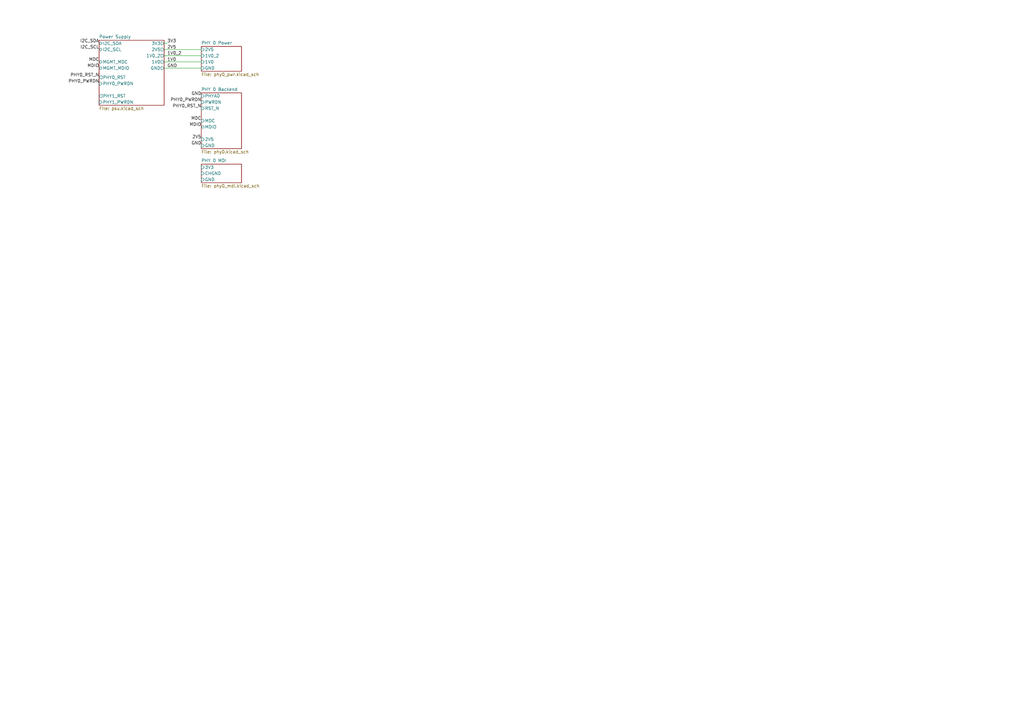
<source format=kicad_sch>
(kicad_sch
	(version 20231120)
	(generator "eeschema")
	(generator_version "8.0")
	(uuid "a55ad1ec-4cad-4d06-8b73-31c98dcc1d79")
	(paper "A3")
	(title_block
		(title "LATENTRED Line Card")
		(date "2024-12-09")
		(rev "0.1")
		(company "Antikernel Labs")
		(comment 1 "Andrew D. Zonenberg")
	)
	(lib_symbols)
	(wire
		(pts
			(xy 67.31 17.78) (xy 68.58 17.78)
		)
		(stroke
			(width 0)
			(type default)
		)
		(uuid "0bfff91c-de83-4cd5-adae-090469ab7300")
	)
	(wire
		(pts
			(xy 67.31 22.86) (xy 82.55 22.86)
		)
		(stroke
			(width 0)
			(type default)
		)
		(uuid "1bfae169-24ea-4764-825a-9fabba409d43")
	)
	(wire
		(pts
			(xy 67.31 20.32) (xy 82.55 20.32)
		)
		(stroke
			(width 0)
			(type default)
		)
		(uuid "a33baf55-d1e6-4517-a938-5de32719fa5b")
	)
	(wire
		(pts
			(xy 67.31 27.94) (xy 82.55 27.94)
		)
		(stroke
			(width 0)
			(type default)
		)
		(uuid "c169a60b-2823-435b-92e0-f7edceb933b2")
	)
	(wire
		(pts
			(xy 67.31 25.4) (xy 82.55 25.4)
		)
		(stroke
			(width 0)
			(type default)
		)
		(uuid "e2737f5f-6a7f-4ede-a348-d99b181d1dfb")
	)
	(label "1V0"
		(at 68.58 25.4 0)
		(fields_autoplaced yes)
		(effects
			(font
				(size 1.27 1.27)
			)
			(justify left bottom)
		)
		(uuid "061f094c-73b2-4d36-81aa-d9bac60178dd")
	)
	(label "PHY0_PWRDN"
		(at 40.64 34.29 180)
		(fields_autoplaced yes)
		(effects
			(font
				(size 1.27 1.27)
			)
			(justify right bottom)
		)
		(uuid "0729e4fc-a683-401d-bd01-8584655f39dd")
	)
	(label "1V0_2"
		(at 68.58 22.86 0)
		(fields_autoplaced yes)
		(effects
			(font
				(size 1.27 1.27)
			)
			(justify left bottom)
		)
		(uuid "0c5eed72-ca68-48b5-9bec-020d801798b5")
	)
	(label "I2C_SDA"
		(at 40.64 17.78 180)
		(fields_autoplaced yes)
		(effects
			(font
				(size 1.27 1.27)
			)
			(justify right bottom)
		)
		(uuid "171ba78f-1842-4f31-b3ad-74a771e93bbc")
	)
	(label "GND"
		(at 82.55 59.69 180)
		(fields_autoplaced yes)
		(effects
			(font
				(size 1.27 1.27)
			)
			(justify right bottom)
		)
		(uuid "1a4ef58d-d28b-4ef5-aa1b-ac740d884eb6")
	)
	(label "MDC"
		(at 40.64 25.4 180)
		(fields_autoplaced yes)
		(effects
			(font
				(size 1.27 1.27)
			)
			(justify right bottom)
		)
		(uuid "1e9db846-8f99-4159-865c-3941637dd801")
	)
	(label "MDC"
		(at 82.55 49.53 180)
		(fields_autoplaced yes)
		(effects
			(font
				(size 1.27 1.27)
			)
			(justify right bottom)
		)
		(uuid "3291044f-0393-460c-b674-39ab03c9485b")
	)
	(label "GND"
		(at 82.55 39.37 180)
		(fields_autoplaced yes)
		(effects
			(font
				(size 1.27 1.27)
			)
			(justify right bottom)
		)
		(uuid "3b51c6db-2826-4ff5-8eb1-8e1dfa4c7728")
	)
	(label "PHY0_PWRDN"
		(at 82.55 41.91 180)
		(fields_autoplaced yes)
		(effects
			(font
				(size 1.27 1.27)
			)
			(justify right bottom)
		)
		(uuid "596b6026-1d8d-4a95-9fd8-18cef9292506")
	)
	(label "3V3"
		(at 68.58 17.78 0)
		(fields_autoplaced yes)
		(effects
			(font
				(size 1.27 1.27)
			)
			(justify left bottom)
		)
		(uuid "73876417-de8e-4da0-8f6a-0afa53f0c6a7")
	)
	(label "2V5"
		(at 68.58 20.32 0)
		(fields_autoplaced yes)
		(effects
			(font
				(size 1.27 1.27)
			)
			(justify left bottom)
		)
		(uuid "8524d2c2-dc42-460e-af5a-51c376675727")
	)
	(label "PHY0_RST_N"
		(at 82.55 44.45 180)
		(fields_autoplaced yes)
		(effects
			(font
				(size 1.27 1.27)
			)
			(justify right bottom)
		)
		(uuid "87bd6f84-5859-4f35-ad60-91e9105e6838")
	)
	(label "GND"
		(at 68.58 27.94 0)
		(fields_autoplaced yes)
		(effects
			(font
				(size 1.27 1.27)
			)
			(justify left bottom)
		)
		(uuid "a7ec3ee9-f698-4292-95e6-018c86b30d44")
	)
	(label "I2C_SCL"
		(at 40.64 20.32 180)
		(fields_autoplaced yes)
		(effects
			(font
				(size 1.27 1.27)
			)
			(justify right bottom)
		)
		(uuid "b3d40d3b-35e6-48c2-8243-6faf6a9ac241")
	)
	(label "PHY0_RST_N"
		(at 40.64 31.75 180)
		(fields_autoplaced yes)
		(effects
			(font
				(size 1.27 1.27)
			)
			(justify right bottom)
		)
		(uuid "bfba8670-f483-440f-916d-19be57895d52")
	)
	(label "2V5"
		(at 82.55 57.15 180)
		(fields_autoplaced yes)
		(effects
			(font
				(size 1.27 1.27)
			)
			(justify right bottom)
		)
		(uuid "f6ab9aab-b216-4dc3-a68a-6fe193052fbc")
	)
	(label "MDIO"
		(at 82.55 52.07 180)
		(fields_autoplaced yes)
		(effects
			(font
				(size 1.27 1.27)
			)
			(justify right bottom)
		)
		(uuid "fc31cf3d-cdef-43b4-86df-9f49d3884d00")
	)
	(label "MDIO"
		(at 40.64 27.94 180)
		(fields_autoplaced yes)
		(effects
			(font
				(size 1.27 1.27)
			)
			(justify right bottom)
		)
		(uuid "fc8fa237-d12d-4451-b6ea-2ac9b9faa5b8")
	)
	(sheet
		(at 82.55 67.31)
		(size 16.51 7.62)
		(fields_autoplaced yes)
		(stroke
			(width 0.1524)
			(type solid)
		)
		(fill
			(color 0 0 0 0.0000)
		)
		(uuid "42bef5ad-5f31-43ee-9c57-ff313f1d9658")
		(property "Sheetname" "PHY 0 MDI"
			(at 82.55 66.5984 0)
			(effects
				(font
					(size 1.27 1.27)
				)
				(justify left bottom)
			)
		)
		(property "Sheetfile" "phy0_mdi.kicad_sch"
			(at 82.55 75.5146 0)
			(effects
				(font
					(size 1.27 1.27)
				)
				(justify left top)
			)
		)
		(pin "3V3" input
			(at 82.55 68.58 180)
			(effects
				(font
					(size 1.27 1.27)
				)
				(justify left)
			)
			(uuid "0f5f55b6-f101-4f0d-a5a5-c87b2827a311")
		)
		(pin "CHGND" input
			(at 82.55 71.12 180)
			(effects
				(font
					(size 1.27 1.27)
				)
				(justify left)
			)
			(uuid "fd9ca456-4619-42d5-9b3a-25c30ef96db2")
		)
		(pin "GND" input
			(at 82.55 73.66 180)
			(effects
				(font
					(size 1.27 1.27)
				)
				(justify left)
			)
			(uuid "d1635727-f2de-40f4-b85a-0a229a84392c")
		)
		(instances
			(project "linecard"
				(path "/a55ad1ec-4cad-4d06-8b73-31c98dcc1d79"
					(page "6")
				)
			)
		)
	)
	(sheet
		(at 40.64 16.51)
		(size 26.67 26.67)
		(fields_autoplaced yes)
		(stroke
			(width 0.1524)
			(type solid)
		)
		(fill
			(color 0 0 0 0.0000)
		)
		(uuid "469d62e1-ca98-4f55-b49b-af1151f42c56")
		(property "Sheetname" "Power Supply"
			(at 40.64 15.7984 0)
			(effects
				(font
					(size 1.27 1.27)
				)
				(justify left bottom)
			)
		)
		(property "Sheetfile" "psu.kicad_sch"
			(at 40.64 43.7646 0)
			(effects
				(font
					(size 1.27 1.27)
				)
				(justify left top)
			)
		)
		(pin "GND" output
			(at 67.31 27.94 0)
			(effects
				(font
					(size 1.27 1.27)
				)
				(justify right)
			)
			(uuid "5a31120a-1a41-4ed0-b9cd-f1747c3f52f3")
		)
		(pin "I2C_SDA" bidirectional
			(at 40.64 17.78 180)
			(effects
				(font
					(size 1.27 1.27)
				)
				(justify left)
			)
			(uuid "a8e67e73-7592-4afa-92b1-81534df09dc2")
		)
		(pin "I2C_SCL" bidirectional
			(at 40.64 20.32 180)
			(effects
				(font
					(size 1.27 1.27)
				)
				(justify left)
			)
			(uuid "4d6c0b5b-9276-4bcf-8716-5eb83af8231d")
		)
		(pin "2V5" output
			(at 67.31 20.32 0)
			(effects
				(font
					(size 1.27 1.27)
				)
				(justify right)
			)
			(uuid "d4e64abe-3e88-46b6-8de3-e2c48b14dc15")
		)
		(pin "MGMT_MDC" bidirectional
			(at 40.64 25.4 180)
			(effects
				(font
					(size 1.27 1.27)
				)
				(justify left)
			)
			(uuid "f9d99b99-8b8f-4baa-8250-fb0bb20b4e96")
		)
		(pin "MGMT_MDIO" bidirectional
			(at 40.64 27.94 180)
			(effects
				(font
					(size 1.27 1.27)
				)
				(justify left)
			)
			(uuid "f9b12079-85fb-4dd0-b9bd-3f3e2bbe26cd")
		)
		(pin "1V0_2" output
			(at 67.31 22.86 0)
			(effects
				(font
					(size 1.27 1.27)
				)
				(justify right)
			)
			(uuid "8724e895-5831-4a49-bc73-c41c23aa81f5")
		)
		(pin "1V0" output
			(at 67.31 25.4 0)
			(effects
				(font
					(size 1.27 1.27)
				)
				(justify right)
			)
			(uuid "609c155f-f69d-4d5a-836d-5dabc01e37fb")
		)
		(pin "PHY1_RST" output
			(at 40.64 39.37 180)
			(effects
				(font
					(size 1.27 1.27)
				)
				(justify left)
			)
			(uuid "cb3a0899-e8c5-4861-abea-eed476358656")
		)
		(pin "PHY0_RST" output
			(at 40.64 31.75 180)
			(effects
				(font
					(size 1.27 1.27)
				)
				(justify left)
			)
			(uuid "2a7e8b60-06c2-4ddd-8640-b56a9ce4bc51")
		)
		(pin "PHY1_PWRDN" input
			(at 40.64 41.91 180)
			(effects
				(font
					(size 1.27 1.27)
				)
				(justify left)
			)
			(uuid "b909df6f-6c26-4fa6-a09b-cb8e8e4b9f14")
		)
		(pin "PHY0_PWRDN" input
			(at 40.64 34.29 180)
			(effects
				(font
					(size 1.27 1.27)
				)
				(justify left)
			)
			(uuid "98854161-7559-46f8-a67e-e1722674fb6c")
		)
		(pin "3V3" output
			(at 67.31 17.78 0)
			(effects
				(font
					(size 1.27 1.27)
				)
				(justify right)
			)
			(uuid "116db61e-a4a0-4e8f-82c2-ae68c9544b68")
		)
		(instances
			(project "linecard"
				(path "/a55ad1ec-4cad-4d06-8b73-31c98dcc1d79"
					(page "2")
				)
			)
		)
	)
	(sheet
		(at 82.55 38.1)
		(size 16.51 22.86)
		(fields_autoplaced yes)
		(stroke
			(width 0.1524)
			(type solid)
		)
		(fill
			(color 0 0 0 0.0000)
		)
		(uuid "51c28a30-f923-4afc-abce-15dfcaf7ef81")
		(property "Sheetname" "PHY 0 Backend"
			(at 82.55 37.3884 0)
			(effects
				(font
					(size 1.27 1.27)
				)
				(justify left bottom)
			)
		)
		(property "Sheetfile" "phy0.kicad_sch"
			(at 82.55 61.5446 0)
			(effects
				(font
					(size 1.27 1.27)
				)
				(justify left top)
			)
		)
		(pin "PHYAD" input
			(at 82.55 39.37 180)
			(effects
				(font
					(size 1.27 1.27)
				)
				(justify left)
			)
			(uuid "b9f187f1-37a5-4d67-9b90-530448adde98")
		)
		(pin "2V5" input
			(at 82.55 57.15 180)
			(effects
				(font
					(size 1.27 1.27)
				)
				(justify left)
			)
			(uuid "5a869a49-afa3-42f2-b1b9-b1d8c1c60adb")
		)
		(pin "GND" input
			(at 82.55 59.69 180)
			(effects
				(font
					(size 1.27 1.27)
				)
				(justify left)
			)
			(uuid "2288ec46-2218-49e3-9e5d-5ef054889897")
		)
		(pin "RST_N" input
			(at 82.55 44.45 180)
			(effects
				(font
					(size 1.27 1.27)
				)
				(justify left)
			)
			(uuid "d7865cea-7c24-46db-b69f-b1331f8f3df8")
		)
		(pin "MDC" input
			(at 82.55 49.53 180)
			(effects
				(font
					(size 1.27 1.27)
				)
				(justify left)
			)
			(uuid "96dd6a44-576b-41b4-9d0a-020bdfc1e32f")
		)
		(pin "PWRDN" input
			(at 82.55 41.91 180)
			(effects
				(font
					(size 1.27 1.27)
				)
				(justify left)
			)
			(uuid "0c59e54c-386d-47d7-98ca-91ab302696c4")
		)
		(pin "MDIO" bidirectional
			(at 82.55 52.07 180)
			(effects
				(font
					(size 1.27 1.27)
				)
				(justify left)
			)
			(uuid "46dee62b-6353-4380-b975-36276d97ebd2")
		)
		(instances
			(project "linecard"
				(path "/a55ad1ec-4cad-4d06-8b73-31c98dcc1d79"
					(page "4")
				)
			)
		)
	)
	(sheet
		(at 82.55 19.05)
		(size 16.51 10.16)
		(fields_autoplaced yes)
		(stroke
			(width 0.1524)
			(type solid)
		)
		(fill
			(color 0 0 0 0.0000)
		)
		(uuid "d79fe51b-ed38-4b65-bbb0-158f58e4ee54")
		(property "Sheetname" "PHY 0 Power"
			(at 82.55 18.3384 0)
			(effects
				(font
					(size 1.27 1.27)
				)
				(justify left bottom)
			)
		)
		(property "Sheetfile" "phy0_pwr.kicad_sch"
			(at 82.55 29.7946 0)
			(effects
				(font
					(size 1.27 1.27)
				)
				(justify left top)
			)
		)
		(pin "GND" input
			(at 82.55 27.94 180)
			(effects
				(font
					(size 1.27 1.27)
				)
				(justify left)
			)
			(uuid "7ea20fad-d0ac-4208-bb93-195f6c105d4a")
		)
		(pin "1V0" input
			(at 82.55 25.4 180)
			(effects
				(font
					(size 1.27 1.27)
				)
				(justify left)
			)
			(uuid "f1cc4b94-070e-4a5a-9846-9ae932809c9d")
		)
		(pin "1V0_2" input
			(at 82.55 22.86 180)
			(effects
				(font
					(size 1.27 1.27)
				)
				(justify left)
			)
			(uuid "f0b07354-0eca-44a7-a642-984d66339a10")
		)
		(pin "2V5" input
			(at 82.55 20.32 180)
			(effects
				(font
					(size 1.27 1.27)
				)
				(justify left)
			)
			(uuid "c4daa7ab-1282-46fc-b163-1d362705ce5c")
		)
		(instances
			(project "linecard"
				(path "/a55ad1ec-4cad-4d06-8b73-31c98dcc1d79"
					(page "3")
				)
			)
		)
	)
	(sheet_instances
		(path "/"
			(page "1")
		)
	)
)

</source>
